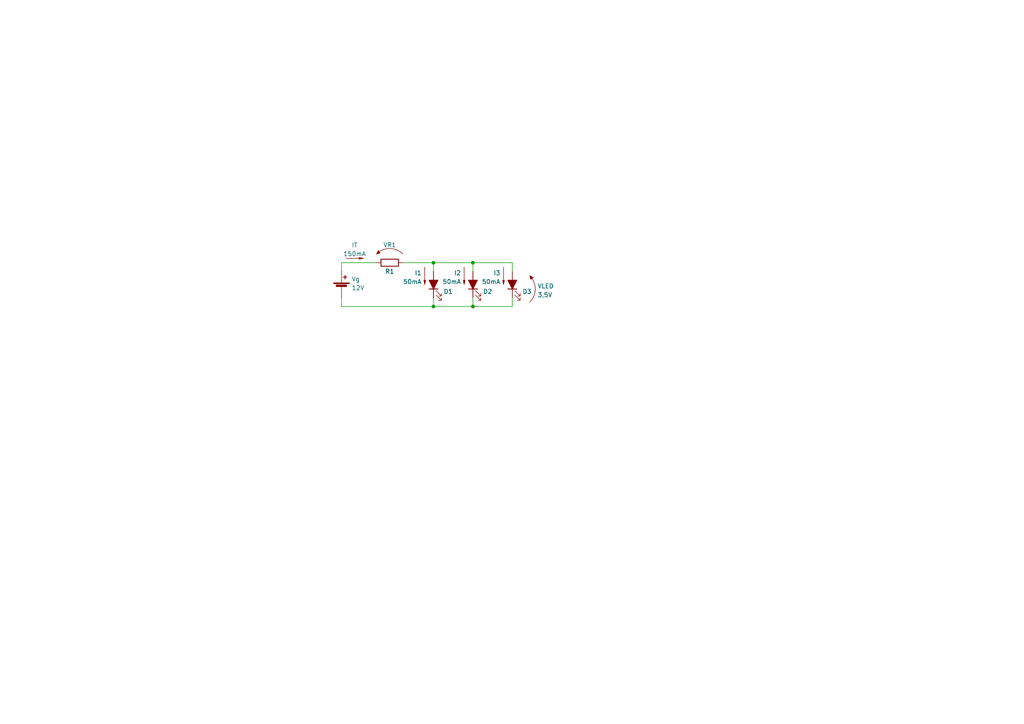
<source format=kicad_sch>
(kicad_sch (version 20211123) (generator eeschema)
  (paper "A4")
  (lib_symbols
    (symbol "Device:Battery_Cell" (pin_numbers hide) (pin_names (offset 0) hide)
      (property "Reference" "BT" (at 2.54 2.54 0))
      (property "Value" "Battery_Cell" (at 2.54 0 0))
      (symbol "Battery_Cell_0_1"
        (rectangle (start -2.286 1.778) (end 2.286 1.524) (fill (type outline)))
        (rectangle (start -1.5748 1.1938) (end 1.4732 0.6858) (fill (type outline)))
        (polyline (pts (xy 0 0.762) (xy 0 0)))
        (polyline (pts (xy 0 1.778) (xy 0 2.54)))
        (polyline (pts (xy 0.508 3.429) (xy 1.524 3.429)) (stroke (width 0.254)))
        (polyline (pts (xy 1.016 3.937) (xy 1.016 2.921)) (stroke (width 0.254)))
      )
      (symbol "Battery_Cell_1_1"
        (pin passive line (at 0 5.08 270) (length 2.54) (name "+") (number "1"))
        (pin passive line (at 0 -2.54 90) (length 2.54) (name "-") (number "2"))
      )
    )
    (symbol "Device:LED_Filled" (pin_numbers hide) (pin_names (offset 1.016) hide)
      (property "Reference" "D" (at 0 2.54 0))
      (property "Value" "LED_Filled" (at 0 -2.54 0))
      (symbol "LED_Filled_0_1"
        (polyline (pts (xy -1.27 -1.27) (xy -1.27 1.27)) (stroke (width 0.254)))
        (polyline (pts (xy -1.27 0) (xy 1.27 0)))
        (polyline (pts (xy 1.27 -1.27) (xy 1.27 1.27) (xy -1.27 0) (xy 1.27 -1.27)) (stroke (width 0.254)) (fill (type outline)))
        (polyline (pts (xy -3.048 -0.762) (xy -4.572 -2.286) (xy -3.81 -2.286) (xy -4.572 -2.286) (xy -4.572 -1.524)))
        (polyline (pts (xy -1.778 -0.762) (xy -3.302 -2.286) (xy -2.54 -2.286) (xy -3.302 -2.286) (xy -3.302 -1.524)))
      )
      (symbol "LED_Filled_1_1"
        (pin passive line (at -3.81 0 0) (length 2.54) (name "K") (number "1"))
        (pin passive line (at 3.81 0 180) (length 2.54) (name "A") (number "2"))
      )
    )
    (symbol "Device:R" (pin_numbers hide) (pin_names (offset 0))
      (property "Reference" "R" (at 2.032 0 90))
      (property "Value" "R" (at 0 0 90))
      (symbol "R_0_1"
        (rectangle (start -1.016 -2.54) (end 1.016 2.54) (stroke (width 0.254)))
      )
      (symbol "R_1_1"
        (pin passive line (at 0 3.81 270) (length 1.27) (name "~") (number "1"))
        (pin passive line (at 0 -3.81 90) (length 1.27) (name "~") (number "2"))
      )
    )
    (symbol "Personalizados:seta_corrente" (pin_names (offset 1.016))
      (property "Reference" "I" (at 1.905 1.27 0))
      (symbol "seta_corrente_1_1"
        (polyline (pts (xy 4.064 0) (xy 0 0)))
        (polyline (pts (xy 5.08 0) (xy 3.81 -0.254) (xy 3.81 0.254) (xy 5.08 0)) (fill (type outline)))
      )
    )
    (symbol "Personalizados:seta_tensao_longa" (pin_names (offset 1.016))
      (property "Reference" "V" (at -2.54 0 0))
      (symbol "seta_tensao_longa_0_1"
        (polyline (pts (xy 0 3.81) (xy -1.016 3.302) (xy -0.254 2.794) (xy 0 3.81)) (fill (type outline)))
        (arc (start 0 3.81) (mid -1.5782 0) (end 0 -3.81))
      )
    )
  )
  (junction (at 137.16 76.2))
  (junction (at 125.73 88.9))
  (junction (at 137.16 88.9))
  (junction (at 125.73 76.2))
  (wire (pts (xy 137.16 76.2) (xy 148.59 76.2)))
  (wire (pts (xy 137.16 88.9) (xy 148.59 88.9)))
  (wire (pts (xy 137.16 86.36) (xy 137.16 88.9)))
  (wire (pts (xy 125.73 76.2) (xy 125.73 78.74)))
  (wire (pts (xy 125.73 76.2) (xy 137.16 76.2)))
  (wire (pts (xy 137.16 76.2) (xy 137.16 78.74)))
  (wire (pts (xy 99.06 78.74) (xy 99.06 76.2)))
  (wire (pts (xy 99.06 88.9) (xy 125.73 88.9)))
  (wire (pts (xy 99.06 88.9) (xy 99.06 86.36)))
  (wire (pts (xy 125.73 88.9) (xy 137.16 88.9)))
  (wire (pts (xy 148.59 76.2) (xy 148.59 78.74)))
  (wire (pts (xy 99.06 76.2) (xy 109.22 76.2)))
  (wire (pts (xy 125.73 86.36) (xy 125.73 88.9)))
  (wire (pts (xy 148.59 86.36) (xy 148.59 88.9)))
  (wire (pts (xy 116.84 76.2) (xy 125.73 76.2)))
  (symbol (lib_id "Device:Battery_Cell") (at 99.06 83.82 0) (unit 1)
    (property "Reference" "Vg" (at 101.981 80.9533 0) (effects (justify left)))
    (property "Value" "12V" (at 101.981 83.4902 0) (effects (justify left)))
  )
  (symbol (lib_id "Personalizados:seta_corrente") (at 134.62 77.47 270) (unit 1)
    (property "Reference" "I2" (at 133.731 79.1753 90) (effects (justify right)))
    (property "Value" "50mA" (at 133.731 81.7122 90) (effects (justify right)))
  )
  (symbol (lib_id "Personalizados:seta_tensao_longa") (at 113.03 73.66 90) (mirror x) (unit 1)
    (property "Reference" "VR1" (at 113.03 71.046 90))
    (property "Value" "seta_tensao_longa" (effects hide))
  )
  (symbol (lib_id "Device:R") (at 113.03 76.2 90) (unit 1)
    (property "Reference" "R1" (at 113.03 78.74 90))
    (property "Value" "R" (effects hide))
  )
  (symbol (lib_id "Personalizados:seta_tensao_longa") (at 153.67 83.82 0) (mirror y) (unit 1)
    (property "Reference" "VLED" (at 155.8832 82.9853 0) (effects (justify right)))
    (property "Value" "3,5V" (at 155.8832 85.5222 0) (effects (justify right)))
  )
  (symbol (lib_id "Personalizados:seta_corrente") (at 123.19 77.47 270) (unit 1)
    (property "Reference" "I1" (at 122.301 79.1753 90) (effects (justify right)))
    (property "Value" "50mA" (at 122.301 81.7122 90) (effects (justify right)))
  )
  (symbol (lib_id "Device:LED_Filled") (at 125.73 82.55 90) (unit 1)
    (property "Reference" "D1" (at 128.651 84.5713 90) (effects (justify right)))
    (property "Value" "LED_Filled" (effects hide))
  )
  (symbol (lib_id "Device:LED_Filled") (at 137.16 82.55 90) (unit 1)
    (property "Reference" "D2" (at 140.081 84.5713 90) (effects (justify right)))
    (property "Value" "LED_Filled" (effects hide))
  )
  (symbol (lib_id "Personalizados:seta_corrente") (at 100.33 74.93 0) (unit 1)
    (property "Reference" "IT" (at 102.87 71.1032 0))
    (property "Value" "150mA" (at 102.87 73.6401 0))
  )
  (symbol (lib_id "Device:LED_Filled") (at 148.59 82.55 90) (unit 1)
    (property "Reference" "D3" (at 151.511 84.5713 90) (effects (justify right)))
    (property "Value" "LED_Filled" (effects hide))
  )
  (symbol (lib_id "Personalizados:seta_corrente") (at 146.05 77.47 270) (unit 1)
    (property "Reference" "I3" (at 145.161 79.1753 90) (effects (justify right)))
    (property "Value" "50mA" (at 145.161 81.7122 90) (effects (justify right)))
  )
)
</source>
